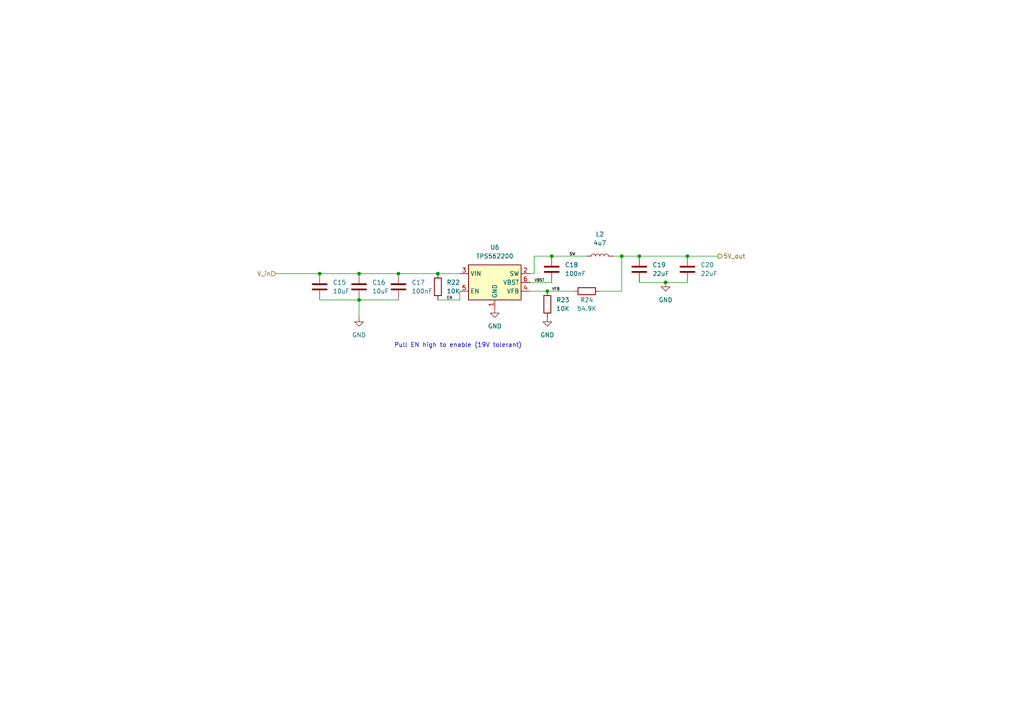
<source format=kicad_sch>
(kicad_sch (version 20211123) (generator eeschema)
  (paper "A4")
  (lib_symbols
    (symbol "Device:C" (pin_numbers hide) (pin_names (offset 0.254))
      (property "Reference" "C" (at 0.635 2.54 0))
      (property "Value" "C" (at 0.635 -2.54 0))
      (symbol "C_0_1"
        (polyline (pts (xy -2.032 -0.762) (xy 2.032 -0.762)) (stroke (width 0.508)))
        (polyline (pts (xy -2.032 0.762) (xy 2.032 0.762)) (stroke (width 0.508)))
      )
      (symbol "C_1_1"
        (pin passive line (at 0 3.81 270) (length 2.794) (name "~") (number "1"))
        (pin passive line (at 0 -3.81 90) (length 2.794) (name "~") (number "2"))
      )
    )
    (symbol "Device:L" (pin_numbers hide) (pin_names (offset 1.016) hide)
      (property "Reference" "L1" (at 0 6.35 90))
      (property "Value" "4u7" (at 0 3.81 90))
      (symbol "L_0_1"
        (arc (start 0 -2.54) (mid 0.635 -1.905) (end 0 -1.27))
        (arc (start 0 -1.27) (mid 0.635 -0.635) (end 0 0))
        (arc (start 0 0) (mid 0.635 0.635) (end 0 1.27))
        (arc (start 0 1.27) (mid 0.635 1.905) (end 0 2.54))
      )
      (symbol "L_1_1"
        (pin passive line (at 0 3.81 270) (length 1.27) (name "1") (number "1"))
        (pin passive line (at 0 -3.81 90) (length 1.27) (name "2") (number "2"))
      )
    )
    (symbol "Device:R" (pin_numbers hide) (pin_names (offset 0))
      (property "Reference" "R" (at 2.032 0 90))
      (property "Value" "R" (at 0 0 90))
      (symbol "R_0_1"
        (rectangle (start -1.016 -2.54) (end 1.016 2.54) (stroke (width 0.254)))
      )
      (symbol "R_1_1"
        (pin passive line (at 0 3.81 270) (length 1.27) (name "~") (number "1"))
        (pin passive line (at 0 -3.81 90) (length 1.27) (name "~") (number "2"))
      )
    )
    (symbol "Regulator_Switching:TPS562200"
      (property "Reference" "U" (at -7.62 6.35 0))
      (property "Value" "TPS562200" (at -2.54 6.35 0))
      (symbol "TPS562200_0_1"
        (rectangle (start -7.62 5.08) (end 7.62 -5.08) (stroke (width 0.254)) (fill (type background)))
      )
      (symbol "TPS562200_1_1"
        (pin power_in line (at 0 -7.62 90) (length 2.54) (name "GND") (number "1"))
        (pin output line (at 10.16 2.54 180) (length 2.54) (name "SW") (number "2"))
        (pin power_in line (at -10.16 2.54 0) (length 2.54) (name "VIN") (number "3"))
        (pin input line (at 10.16 -2.54 180) (length 2.54) (name "VFB") (number "4"))
        (pin input line (at -10.16 -2.54 0) (length 2.54) (name "EN") (number "5"))
        (pin passive line (at 10.16 0 180) (length 2.54) (name "VBST") (number "6"))
      )
    )
    (symbol "power:GND" (power) (pin_names (offset 0))
      (property "Value" "GND" (at 0 -3.81 0))
      (symbol "GND_0_1"
        (polyline (pts (xy 0 0) (xy 0 -1.27) (xy 1.27 -1.27) (xy 0 -2.54) (xy -1.27 -1.27) (xy 0 -1.27)))
      )
      (symbol "GND_1_1"
        (pin power_in line (at 0 0 270) (length 0) hide (name "GND") (number "1"))
      )
    )
  )
  (junction (at 158.75 84.455))
  (junction (at 104.14 79.375))
  (junction (at 104.14 86.995))
  (junction (at 193.04 81.915))
  (junction (at 199.39 74.295))
  (junction (at 180.34 74.295))
  (junction (at 160.02 74.295))
  (junction (at 185.42 74.295))
  (junction (at 115.57 79.375))
  (junction (at 127 79.375))
  (junction (at 92.71 79.375))
  (wire (pts (xy 133.35 86.995) (xy 133.35 84.455)))
  (wire (pts (xy 127 86.995) (xy 133.35 86.995)))
  (wire (pts (xy 153.67 81.915) (xy 160.02 81.915)))
  (wire (pts (xy 185.42 74.295) (xy 199.39 74.295)))
  (wire (pts (xy 158.75 84.455) (xy 166.37 84.455)))
  (wire (pts (xy 80.01 79.375) (xy 92.71 79.375)))
  (wire (pts (xy 115.57 79.375) (xy 127 79.375)))
  (wire (pts (xy 154.94 74.295) (xy 160.02 74.295)))
  (wire (pts (xy 177.8 74.295) (xy 180.34 74.295)))
  (wire (pts (xy 127 79.375) (xy 133.35 79.375)))
  (wire (pts (xy 185.42 81.915) (xy 193.04 81.915)))
  (wire (pts (xy 153.67 79.375) (xy 154.94 79.375)))
  (wire (pts (xy 104.14 86.995) (xy 104.14 92.075)))
  (wire (pts (xy 153.67 84.455) (xy 158.75 84.455)))
  (wire (pts (xy 154.94 79.375) (xy 154.94 74.295)))
  (wire (pts (xy 92.71 86.995) (xy 104.14 86.995)))
  (wire (pts (xy 160.02 74.295) (xy 170.18 74.295)))
  (wire (pts (xy 104.14 79.375) (xy 115.57 79.375)))
  (wire (pts (xy 193.04 81.915) (xy 199.39 81.915)))
  (wire (pts (xy 199.39 74.295) (xy 208.28 74.295)))
  (wire (pts (xy 104.14 86.995) (xy 115.57 86.995)))
  (wire (pts (xy 180.34 84.455) (xy 180.34 74.295)))
  (wire (pts (xy 92.71 79.375) (xy 104.14 79.375)))
  (wire (pts (xy 180.34 74.295) (xy 185.42 74.295)))
  (wire (pts (xy 173.99 84.455) (xy 180.34 84.455)))
  (text "Pull EN high to enable (19V tolerant)\n" (at 114.3 100.965 0) (effects (font (size 1.27 1.27)) (justify left bottom)))
  (label "VBST" (at 154.94 81.915 0) (effects (font (size 0.8 0.8))))
  (label "EN" (at 129.54 86.995 0) (effects (font (size 0.8 0.8))))
  (label "SW" (at 165.1 74.295 0) (effects (font (size 0.8 0.8))))
  (label "VFB" (at 160.02 84.455 0) (effects (font (size 0.8 0.8))))
  (hierarchical_label "5V_out" (shape output) (at 208.28 74.295 0))
  (hierarchical_label "V_in" (shape input) (at 80.01 79.375 180))
  (symbol (lib_id "Device:C") (at 199.39 78.105 0) (unit 1)
    (property "Reference" "C20" (at 203.2 76.8349 0) (effects (justify left)))
    (property "Value" "22uF" (at 203.2 79.3749 0) (effects (justify left)))
    (property "Footprint" "Capacitor_SMD:C_0603_1608Metric_Pad1.08x0.95mm_HandSolder" (effects hide))
  )
  (symbol (lib_id "power:GND") (at 193.04 81.915 0) (unit 1)
    (property "Reference" "#PWR062" (effects hide))
    (property "Value" "GND" (at 193.04 86.995 0))
  )
  (symbol (lib_id "Device:C") (at 185.42 78.105 0) (unit 1)
    (property "Reference" "C19" (at 189.23 76.8349 0) (effects (justify left)))
    (property "Value" "22uF" (at 189.23 79.3749 0) (effects (justify left)))
    (property "Footprint" "Capacitor_SMD:C_0603_1608Metric_Pad1.08x0.95mm_HandSolder" (effects hide))
  )
  (symbol (lib_id "Device:C") (at 92.71 83.185 0) (unit 1)
    (property "Reference" "C15" (at 96.52 81.9149 0) (effects (justify left)))
    (property "Value" "10uF" (at 96.52 84.4549 0) (effects (justify left)))
    (property "Footprint" "Capacitor_SMD:C_0603_1608Metric_Pad1.08x0.95mm_HandSolder" (effects hide))
  )
  (symbol (lib_id "Device:C") (at 104.14 83.185 0) (unit 1)
    (property "Reference" "C16" (at 107.95 81.9149 0) (effects (justify left)))
    (property "Value" "10uF" (at 107.95 84.4549 0) (effects (justify left)))
    (property "Footprint" "Capacitor_SMD:C_0603_1608Metric_Pad1.08x0.95mm_HandSolder" (effects hide))
  )
  (symbol (lib_id "Device:C") (at 115.57 83.185 0) (unit 1)
    (property "Reference" "C17" (at 119.38 81.9149 0) (effects (justify left)))
    (property "Value" "100nF" (at 119.38 84.4549 0) (effects (justify left)))
    (property "Footprint" "Capacitor_SMD:C_0603_1608Metric_Pad1.08x0.95mm_HandSolder" (effects hide))
  )
  (symbol (lib_id "power:GND") (at 143.51 89.535 0) (unit 1)
    (property "Reference" "#PWR060" (effects hide))
    (property "Value" "GND" (at 143.51 94.615 0))
  )
  (symbol (lib_id "Device:R") (at 170.18 84.455 90) (unit 1)
    (property "Reference" "R24" (at 170.18 86.995 90))
    (property "Value" "54.9K" (at 170.18 89.535 90))
    (property "Footprint" "Resistor_SMD:R_0603_1608Metric_Pad0.98x0.95mm_HandSolder" (effects hide))
  )
  (symbol (lib_id "Device:R") (at 127 83.185 0) (unit 1)
    (property "Reference" "R22" (at 129.54 81.9149 0) (effects (justify left)))
    (property "Value" "10K" (at 129.54 84.4549 0) (effects (justify left)))
    (property "Footprint" "Resistor_SMD:R_0603_1608Metric_Pad0.98x0.95mm_HandSolder" (effects hide))
  )
  (symbol (lib_id "power:GND") (at 158.75 92.075 0) (unit 1)
    (property "Reference" "#PWR061" (effects hide))
    (property "Value" "GND" (at 158.75 97.155 0))
  )
  (symbol (lib_id "Regulator_Switching:TPS562200") (at 143.51 81.915 0) (unit 1)
    (property "Reference" "U6" (at 143.51 71.755 0))
    (property "Value" "TPS562200" (at 143.51 74.295 0))
    (property "Footprint" "Package_TO_SOT_SMD:SOT-23-6" (effects hide))
    (property "Datasheet" "http://www.ti.com/lit/ds/symlink/tps563200.pdf" (effects hide))
  )
  (symbol (lib_id "Device:C") (at 160.02 78.105 0) (unit 1)
    (property "Reference" "C18" (at 163.83 76.8349 0) (effects (justify left)))
    (property "Value" "100nF" (at 163.83 79.3749 0) (effects (justify left)))
    (property "Footprint" "Capacitor_SMD:C_0603_1608Metric_Pad1.08x0.95mm_HandSolder" (effects hide))
  )
  (symbol (lib_id "Device:R") (at 158.75 88.265 0) (unit 1)
    (property "Reference" "R23" (at 161.29 86.9949 0) (effects (justify left)))
    (property "Value" "10K" (at 161.29 89.5349 0) (effects (justify left)))
    (property "Footprint" "Resistor_SMD:R_0603_1608Metric_Pad0.98x0.95mm_HandSolder" (effects hide))
  )
  (symbol (lib_id "Device:L") (at 173.99 74.295 90) (unit 1)
    (property "Reference" "L2" (at 173.99 67.945 90))
    (property "Value" "4u7" (at 173.99 70.485 90))
    (property "Footprint" "Inductor_SMD:L_Sunlord_MWSA0518_5.4x5.2mm" (effects hide))
    (property "Datasheet" "https://datasheet.lcsc.com/lcsc/1912111437_Sunlord-MWSA0503S-4R7MT_C408410.pdf" (effects hide))
    (property "Part #" "C408410" (effects hide))
  )
  (symbol (lib_id "power:GND") (at 104.14 92.075 0) (unit 1)
    (property "Reference" "#PWR059" (effects hide))
    (property "Value" "GND" (at 104.14 97.155 0))
  )
)
</source>
